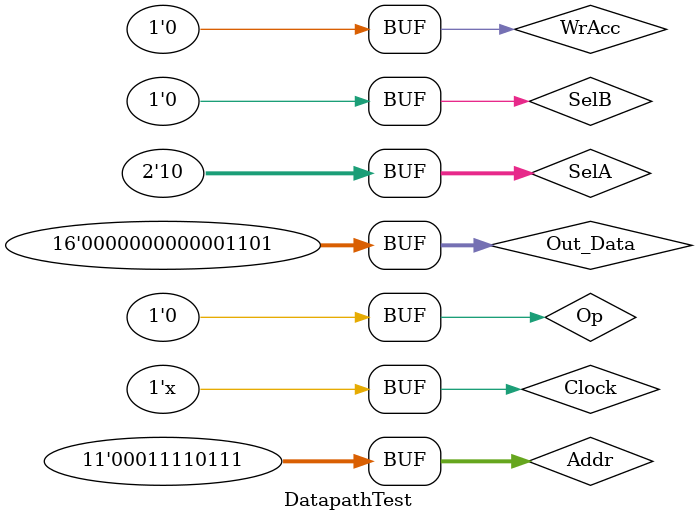
<source format=v>
`timescale 1ns / 1ps


module DatapathTest;

	// Inputs
	reg [1:0] SelA;
	reg SelB;
	reg [10:0] Addr;
	reg WrAcc;
	reg Op;
	reg Clock;
	reg [15:0] Out_Data;

	// Outputs
	wire [15:0] In_Data;

	// Instantiate the Unit Under Test (UUT)
	Datapath uut (
		.SelA(SelA), 
		.SelB(SelB), 
		.Addr(Addr), 
		.WrAcc(WrAcc), 
		.Op(Op), 
		.Clock(Clock), 
		.In_Data(In_Data), 
		.Out_Data(Out_Data)
	);

	initial begin
		// Initialize Inputs
		SelA = 0;
		SelB = 0;
		Addr = 0;
		WrAcc = 0;
		Op = 0;
		Clock = 0;
		Out_Data = 0;

		// Wait 100 ns for global reset to finish
		#100;
        
		SelA = 1;
		Addr = 247;
		WrAcc = 1;
		
		#10;
		
		WrAcc = 0;
		
		#10;
		
		Out_Data = 13;
		SelA = 2;
		
		WrAcc=1;
		#11;
		WrAcc=0;
		
	end
	
	always
	begin
		#5
		Clock = ~Clock;
	end 
      
endmodule


</source>
